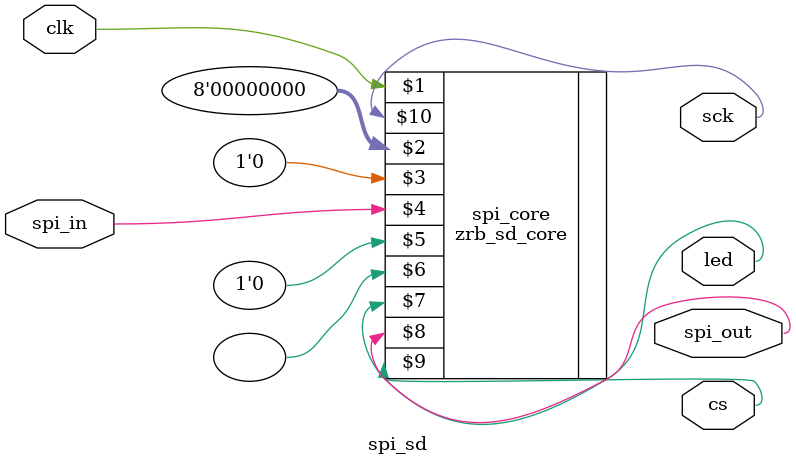
<source format=v>
module spi_sd
(
    input   wire    clk,
	input	wire	spi_in,
    output  wire    spi_out,
    output  wire    cs,
    output  wire    sck,
	output	wire	led
);


zrb_sd_core #(8) spi_core (
    clk, 
    8'b0, 
    1'b0, 
    spi_in, 
    1'b0, 
    , 
    led, 
    spi_out, 
    cs, 
    sck
    );

endmodule

</source>
